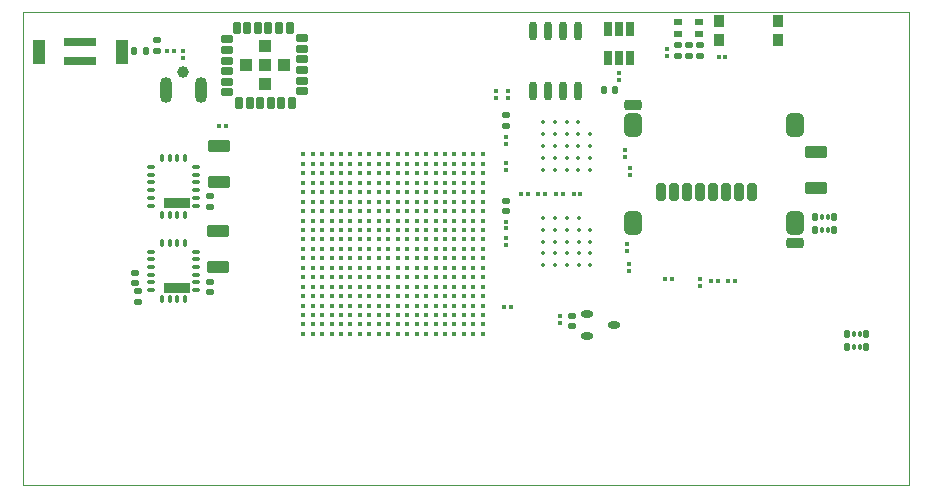
<source format=gtp>
%FSLAX44Y44*%
%MOMM*%
G71*
G01*
G75*
G04 Layer_Color=8421504*
%ADD10C,0.1500*%
%ADD11C,1.0000*%
%ADD12O,1.0500X2.2000*%
G04:AMPARAMS|DCode=13|XSize=0.6mm|YSize=0.5mm|CornerRadius=0.05mm|HoleSize=0mm|Usage=FLASHONLY|Rotation=0.000|XOffset=0mm|YOffset=0mm|HoleType=Round|Shape=RoundedRectangle|*
%AMROUNDEDRECTD13*
21,1,0.6000,0.4000,0,0,0.0*
21,1,0.5000,0.5000,0,0,0.0*
1,1,0.1000,0.2500,-0.2000*
1,1,0.1000,-0.2500,-0.2000*
1,1,0.1000,-0.2500,0.2000*
1,1,0.1000,0.2500,0.2000*
%
%ADD13ROUNDEDRECTD13*%
G04:AMPARAMS|DCode=14|XSize=0.45mm|YSize=0.65mm|CornerRadius=0.1125mm|HoleSize=0mm|Usage=FLASHONLY|Rotation=180.000|XOffset=0mm|YOffset=0mm|HoleType=Round|Shape=RoundedRectangle|*
%AMROUNDEDRECTD14*
21,1,0.4500,0.4250,0,0,180.0*
21,1,0.2250,0.6500,0,0,180.0*
1,1,0.2250,-0.1125,0.2125*
1,1,0.2250,0.1125,0.2125*
1,1,0.2250,0.1125,-0.2125*
1,1,0.2250,-0.1125,-0.2125*
%
%ADD14ROUNDEDRECTD14*%
%ADD15O,0.3000X0.6500*%
G04:AMPARAMS|DCode=16|XSize=0.4mm|YSize=0.37mm|CornerRadius=0.037mm|HoleSize=0mm|Usage=FLASHONLY|Rotation=90.000|XOffset=0mm|YOffset=0mm|HoleType=Round|Shape=RoundedRectangle|*
%AMROUNDEDRECTD16*
21,1,0.4000,0.2960,0,0,90.0*
21,1,0.3260,0.3700,0,0,90.0*
1,1,0.0740,0.1480,0.1630*
1,1,0.0740,0.1480,-0.1630*
1,1,0.0740,-0.1480,-0.1630*
1,1,0.0740,-0.1480,0.1630*
%
%ADD16ROUNDEDRECTD16*%
G04:AMPARAMS|DCode=17|XSize=0.6mm|YSize=0.5mm|CornerRadius=0.05mm|HoleSize=0mm|Usage=FLASHONLY|Rotation=270.000|XOffset=0mm|YOffset=0mm|HoleType=Round|Shape=RoundedRectangle|*
%AMROUNDEDRECTD17*
21,1,0.6000,0.4000,0,0,270.0*
21,1,0.5000,0.5000,0,0,270.0*
1,1,0.1000,-0.2000,-0.2500*
1,1,0.1000,-0.2000,0.2500*
1,1,0.1000,0.2000,0.2500*
1,1,0.1000,0.2000,-0.2500*
%
%ADD17ROUNDEDRECTD17*%
G04:AMPARAMS|DCode=18|XSize=0.4mm|YSize=0.37mm|CornerRadius=0.037mm|HoleSize=0mm|Usage=FLASHONLY|Rotation=180.000|XOffset=0mm|YOffset=0mm|HoleType=Round|Shape=RoundedRectangle|*
%AMROUNDEDRECTD18*
21,1,0.4000,0.2960,0,0,180.0*
21,1,0.3260,0.3700,0,0,180.0*
1,1,0.0740,-0.1630,0.1480*
1,1,0.0740,0.1630,0.1480*
1,1,0.0740,0.1630,-0.1480*
1,1,0.0740,-0.1630,-0.1480*
%
%ADD18ROUNDEDRECTD18*%
G04:AMPARAMS|DCode=19|XSize=0.5mm|YSize=0.62mm|CornerRadius=0.1mm|HoleSize=0mm|Usage=FLASHONLY|Rotation=90.000|XOffset=0mm|YOffset=0mm|HoleType=Round|Shape=RoundedRectangle|*
%AMROUNDEDRECTD19*
21,1,0.5000,0.4200,0,0,90.0*
21,1,0.3000,0.6200,0,0,90.0*
1,1,0.2000,0.2100,0.1500*
1,1,0.2000,0.2100,-0.1500*
1,1,0.2000,-0.2100,-0.1500*
1,1,0.2000,-0.2100,0.1500*
%
%ADD19ROUNDEDRECTD19*%
G04:AMPARAMS|DCode=20|XSize=0.5mm|YSize=0.62mm|CornerRadius=0.1mm|HoleSize=0mm|Usage=FLASHONLY|Rotation=180.000|XOffset=0mm|YOffset=0mm|HoleType=Round|Shape=RoundedRectangle|*
%AMROUNDEDRECTD20*
21,1,0.5000,0.4200,0,0,180.0*
21,1,0.3000,0.6200,0,0,180.0*
1,1,0.2000,-0.1500,0.2100*
1,1,0.2000,0.1500,0.2100*
1,1,0.2000,0.1500,-0.2100*
1,1,0.2000,-0.1500,-0.2100*
%
%ADD20ROUNDEDRECTD20*%
G04:AMPARAMS|DCode=21|XSize=1mm|YSize=0.7mm|CornerRadius=0.1155mm|HoleSize=0mm|Usage=FLASHONLY|Rotation=90.000|XOffset=0mm|YOffset=0mm|HoleType=Round|Shape=RoundedRectangle|*
%AMROUNDEDRECTD21*
21,1,1.0000,0.4690,0,0,90.0*
21,1,0.7690,0.7000,0,0,90.0*
1,1,0.2310,0.2345,0.3845*
1,1,0.2310,0.2345,-0.3845*
1,1,0.2310,-0.2345,-0.3845*
1,1,0.2310,-0.2345,0.3845*
%
%ADD21ROUNDEDRECTD21*%
G04:AMPARAMS|DCode=22|XSize=1mm|YSize=0.7mm|CornerRadius=0.1155mm|HoleSize=0mm|Usage=FLASHONLY|Rotation=0.000|XOffset=0mm|YOffset=0mm|HoleType=Round|Shape=RoundedRectangle|*
%AMROUNDEDRECTD22*
21,1,1.0000,0.4690,0,0,0.0*
21,1,0.7690,0.7000,0,0,0.0*
1,1,0.2310,0.3845,-0.2345*
1,1,0.2310,-0.3845,-0.2345*
1,1,0.2310,-0.3845,0.2345*
1,1,0.2310,0.3845,0.2345*
%
%ADD22ROUNDEDRECTD22*%
G04:AMPARAMS|DCode=23|XSize=1.1mm|YSize=1.1mm|CornerRadius=0.1815mm|HoleSize=0mm|Usage=FLASHONLY|Rotation=90.000|XOffset=0mm|YOffset=0mm|HoleType=Round|Shape=RoundedRectangle|*
%AMROUNDEDRECTD23*
21,1,1.1000,0.7370,0,0,90.0*
21,1,0.7370,1.1000,0,0,90.0*
1,1,0.3630,0.3685,0.3685*
1,1,0.3630,0.3685,-0.3685*
1,1,0.3630,-0.3685,-0.3685*
1,1,0.3630,-0.3685,0.3685*
%
%ADD23ROUNDEDRECTD23*%
%ADD24O,1.0500X0.6000*%
G04:AMPARAMS|DCode=25|XSize=0.8mm|YSize=1.5mm|CornerRadius=0.2mm|HoleSize=0mm|Usage=FLASHONLY|Rotation=0.000|XOffset=0mm|YOffset=0mm|HoleType=Round|Shape=RoundedRectangle|*
%AMROUNDEDRECTD25*
21,1,0.8000,1.1000,0,0,0.0*
21,1,0.4000,1.5000,0,0,0.0*
1,1,0.4000,0.2000,-0.5500*
1,1,0.4000,-0.2000,-0.5500*
1,1,0.4000,-0.2000,0.5500*
1,1,0.4000,0.2000,0.5500*
%
%ADD25ROUNDEDRECTD25*%
G04:AMPARAMS|DCode=26|XSize=1.45mm|YSize=0.9mm|CornerRadius=0.225mm|HoleSize=0mm|Usage=FLASHONLY|Rotation=0.000|XOffset=0mm|YOffset=0mm|HoleType=Round|Shape=RoundedRectangle|*
%AMROUNDEDRECTD26*
21,1,1.4500,0.4500,0,0,0.0*
21,1,1.0000,0.9000,0,0,0.0*
1,1,0.4500,0.5000,-0.2250*
1,1,0.4500,-0.5000,-0.2250*
1,1,0.4500,-0.5000,0.2250*
1,1,0.4500,0.5000,0.2250*
%
%ADD26ROUNDEDRECTD26*%
G04:AMPARAMS|DCode=27|XSize=1.45mm|YSize=2mm|CornerRadius=0.3625mm|HoleSize=0mm|Usage=FLASHONLY|Rotation=0.000|XOffset=0mm|YOffset=0mm|HoleType=Round|Shape=RoundedRectangle|*
%AMROUNDEDRECTD27*
21,1,1.4500,1.2750,0,0,0.0*
21,1,0.7250,2.0000,0,0,0.0*
1,1,0.7250,0.3625,-0.6375*
1,1,0.7250,-0.3625,-0.6375*
1,1,0.7250,-0.3625,0.6375*
1,1,0.7250,0.3625,0.6375*
%
%ADD27ROUNDEDRECTD27*%
%ADD28O,0.7600X1.6000*%
%ADD29C,0.3500*%
%ADD30C,0.4000*%
G04:AMPARAMS|DCode=31|XSize=0.3mm|YSize=0.6mm|CornerRadius=0.0495mm|HoleSize=0mm|Usage=FLASHONLY|Rotation=0.000|XOffset=0mm|YOffset=0mm|HoleType=Round|Shape=RoundedRectangle|*
%AMROUNDEDRECTD31*
21,1,0.3000,0.5010,0,0,0.0*
21,1,0.2010,0.6000,0,0,0.0*
1,1,0.0990,0.1005,-0.2505*
1,1,0.0990,-0.1005,-0.2505*
1,1,0.0990,-0.1005,0.2505*
1,1,0.0990,0.1005,0.2505*
%
%ADD31ROUNDEDRECTD31*%
G04:AMPARAMS|DCode=32|XSize=0.3mm|YSize=0.6mm|CornerRadius=0.0495mm|HoleSize=0mm|Usage=FLASHONLY|Rotation=270.000|XOffset=0mm|YOffset=0mm|HoleType=Round|Shape=RoundedRectangle|*
%AMROUNDEDRECTD32*
21,1,0.3000,0.5010,0,0,270.0*
21,1,0.2010,0.6000,0,0,270.0*
1,1,0.0990,-0.2505,-0.1005*
1,1,0.0990,-0.2505,0.1005*
1,1,0.0990,0.2505,0.1005*
1,1,0.0990,0.2505,-0.1005*
%
%ADD32ROUNDEDRECTD32*%
%ADD33R,2.2500X0.9000*%
%ADD34R,0.7400X0.5400*%
%ADD35R,0.9000X1.0000*%
%ADD36R,0.6500X1.2000*%
G04:AMPARAMS|DCode=37|XSize=1.82mm|YSize=1.07mm|CornerRadius=0.107mm|HoleSize=0mm|Usage=FLASHONLY|Rotation=180.000|XOffset=0mm|YOffset=0mm|HoleType=Round|Shape=RoundedRectangle|*
%AMROUNDEDRECTD37*
21,1,1.8200,0.8560,0,0,180.0*
21,1,1.6060,1.0700,0,0,180.0*
1,1,0.2140,-0.8030,0.4280*
1,1,0.2140,0.8030,0.4280*
1,1,0.2140,0.8030,-0.4280*
1,1,0.2140,-0.8030,-0.4280*
%
%ADD37ROUNDEDRECTD37*%
%ADD38R,1.0000X2.0000*%
%ADD39R,2.8000X0.8000*%
%ADD40C,2.0000*%
%ADD41C,0.2000*%
%ADD42C,0.3000*%
%ADD43C,0.1000*%
%ADD44C,0.3810*%
%ADD45C,0.5000*%
%ADD46C,0.4000*%
%ADD47R,1.5000X1.5000*%
%ADD48C,1.5000*%
%ADD49R,1.5000X1.5000*%
%ADD50C,0.8000*%
%ADD51C,6.0000*%
%ADD52C,0.5000*%
G04:AMPARAMS|DCode=53|XSize=1.82mm|YSize=1.07mm|CornerRadius=0.107mm|HoleSize=0mm|Usage=FLASHONLY|Rotation=270.000|XOffset=0mm|YOffset=0mm|HoleType=Round|Shape=RoundedRectangle|*
%AMROUNDEDRECTD53*
21,1,1.8200,0.8560,0,0,270.0*
21,1,1.6060,1.0700,0,0,270.0*
1,1,0.2140,-0.4280,-0.8030*
1,1,0.2140,-0.4280,0.8030*
1,1,0.2140,0.4280,0.8030*
1,1,0.2140,0.4280,-0.8030*
%
%ADD53ROUNDEDRECTD53*%
G04:AMPARAMS|DCode=54|XSize=1.5mm|YSize=2.8mm|CornerRadius=0.375mm|HoleSize=0mm|Usage=FLASHONLY|Rotation=0.000|XOffset=0mm|YOffset=0mm|HoleType=Round|Shape=RoundedRectangle|*
%AMROUNDEDRECTD54*
21,1,1.5000,2.0500,0,0,0.0*
21,1,0.7500,2.8000,0,0,0.0*
1,1,0.7500,0.3750,-1.0250*
1,1,0.7500,-0.3750,-1.0250*
1,1,0.7500,-0.3750,1.0250*
1,1,0.7500,0.3750,1.0250*
%
%ADD54ROUNDEDRECTD54*%
G04:AMPARAMS|DCode=55|XSize=1mm|YSize=1.5mm|CornerRadius=0.25mm|HoleSize=0mm|Usage=FLASHONLY|Rotation=0.000|XOffset=0mm|YOffset=0mm|HoleType=Round|Shape=RoundedRectangle|*
%AMROUNDEDRECTD55*
21,1,1.0000,1.0000,0,0,0.0*
21,1,0.5000,1.5000,0,0,0.0*
1,1,0.5000,0.2500,-0.5000*
1,1,0.5000,-0.2500,-0.5000*
1,1,0.5000,-0.2500,0.5000*
1,1,0.5000,0.2500,0.5000*
%
%ADD55ROUNDEDRECTD55*%
G04:AMPARAMS|DCode=56|XSize=0.7mm|YSize=1.5mm|CornerRadius=0.175mm|HoleSize=0mm|Usage=FLASHONLY|Rotation=0.000|XOffset=0mm|YOffset=0mm|HoleType=Round|Shape=RoundedRectangle|*
%AMROUNDEDRECTD56*
21,1,0.7000,1.1500,0,0,0.0*
21,1,0.3500,1.5000,0,0,0.0*
1,1,0.3500,0.1750,-0.5750*
1,1,0.3500,-0.1750,-0.5750*
1,1,0.3500,-0.1750,0.5750*
1,1,0.3500,0.1750,0.5750*
%
%ADD56ROUNDEDRECTD56*%
G04:AMPARAMS|DCode=57|XSize=0.9mm|YSize=0.8mm|CornerRadius=0.08mm|HoleSize=0mm|Usage=FLASHONLY|Rotation=0.000|XOffset=0mm|YOffset=0mm|HoleType=Round|Shape=RoundedRectangle|*
%AMROUNDEDRECTD57*
21,1,0.9000,0.6400,0,0,0.0*
21,1,0.7400,0.8000,0,0,0.0*
1,1,0.1600,0.3700,-0.3200*
1,1,0.1600,-0.3700,-0.3200*
1,1,0.1600,-0.3700,0.3200*
1,1,0.1600,0.3700,0.3200*
%
%ADD57ROUNDEDRECTD57*%
G04:AMPARAMS|DCode=58|XSize=0.45mm|YSize=0.65mm|CornerRadius=0.1125mm|HoleSize=0mm|Usage=FLASHONLY|Rotation=270.000|XOffset=0mm|YOffset=0mm|HoleType=Round|Shape=RoundedRectangle|*
%AMROUNDEDRECTD58*
21,1,0.4500,0.4250,0,0,270.0*
21,1,0.2250,0.6500,0,0,270.0*
1,1,0.2250,-0.2125,-0.1125*
1,1,0.2250,-0.2125,0.1125*
1,1,0.2250,0.2125,0.1125*
1,1,0.2250,0.2125,-0.1125*
%
%ADD58ROUNDEDRECTD58*%
%ADD59O,0.6500X0.3000*%
%ADD60C,1.0000*%
%ADD61C,0.7500*%
D11*
X135900Y349252D02*
D03*
D12*
X150650Y334002D02*
D03*
X121150D02*
D03*
D13*
X465000Y142827D02*
D03*
Y133827D02*
D03*
X158676Y162741D02*
D03*
Y171741D02*
D03*
X564053Y362836D02*
D03*
Y371836D02*
D03*
X573584Y362836D02*
D03*
Y371836D02*
D03*
X554567Y362758D02*
D03*
Y371758D02*
D03*
X409384Y231349D02*
D03*
Y240349D02*
D03*
X158846Y235144D02*
D03*
Y244144D02*
D03*
X95000Y170500D02*
D03*
Y179500D02*
D03*
X97658Y154931D02*
D03*
Y163931D02*
D03*
X409135Y312811D02*
D03*
Y303811D02*
D03*
D14*
X714250Y127500D02*
D03*
X697750D02*
D03*
X714250Y116500D02*
D03*
X697750D02*
D03*
X687250Y226500D02*
D03*
X670750D02*
D03*
X687250Y215500D02*
D03*
X670750D02*
D03*
D15*
X708500Y127500D02*
D03*
X703500D02*
D03*
X708500Y116500D02*
D03*
X703500D02*
D03*
X681500Y226500D02*
D03*
X676500D02*
D03*
X681500Y215500D02*
D03*
X676500D02*
D03*
D16*
X594850Y362000D02*
D03*
X589150D02*
D03*
X171850Y304000D02*
D03*
X166150D02*
D03*
X121997Y366698D02*
D03*
X127697D02*
D03*
X451456Y246171D02*
D03*
X457156D02*
D03*
X441783Y245919D02*
D03*
X436083D02*
D03*
X588663Y172478D02*
D03*
X582963D02*
D03*
X597262Y172542D02*
D03*
X602962D02*
D03*
X549673Y173901D02*
D03*
X543973D02*
D03*
X413324Y150493D02*
D03*
X407624D02*
D03*
X472133Y246233D02*
D03*
X466433D02*
D03*
X427394Y245919D02*
D03*
X421694D02*
D03*
D17*
X501500Y334000D02*
D03*
X492500D02*
D03*
D18*
X135900Y366700D02*
D03*
Y361000D02*
D03*
X510193Y283253D02*
D03*
Y277553D02*
D03*
X410418Y333050D02*
D03*
Y327350D02*
D03*
X545608Y368447D02*
D03*
Y362747D02*
D03*
X504897Y342579D02*
D03*
Y348279D02*
D03*
X409539Y202796D02*
D03*
Y208496D02*
D03*
X409421Y294404D02*
D03*
Y288704D02*
D03*
X409418Y266648D02*
D03*
Y272348D02*
D03*
X409554Y222644D02*
D03*
Y216944D02*
D03*
X511474Y198097D02*
D03*
Y203798D02*
D03*
X455000Y142850D02*
D03*
Y137150D02*
D03*
X513318Y186478D02*
D03*
Y180778D02*
D03*
X514131Y267688D02*
D03*
Y261988D02*
D03*
X573525Y167979D02*
D03*
Y173680D02*
D03*
X401000Y332850D02*
D03*
Y327150D02*
D03*
D19*
X113598Y376702D02*
D03*
Y366702D02*
D03*
D20*
X94398Y366698D02*
D03*
X104398D02*
D03*
D21*
X183000Y323000D02*
D03*
X192000D02*
D03*
X201000D02*
D03*
X210000D02*
D03*
X219000D02*
D03*
X228000D02*
D03*
X226000Y386500D02*
D03*
X217000D02*
D03*
X208000D02*
D03*
X199000D02*
D03*
X190000D02*
D03*
X181000D02*
D03*
D22*
X173250Y377000D02*
D03*
Y368000D02*
D03*
Y359000D02*
D03*
Y350000D02*
D03*
Y341000D02*
D03*
Y332000D02*
D03*
X236500Y378000D02*
D03*
Y369000D02*
D03*
Y360000D02*
D03*
Y351000D02*
D03*
Y342000D02*
D03*
Y333000D02*
D03*
D23*
X205000Y339000D02*
D03*
X189000Y355000D02*
D03*
X221000D02*
D03*
X205000Y371000D02*
D03*
Y355000D02*
D03*
D24*
X477660Y144626D02*
D03*
Y125626D02*
D03*
X500660Y135126D02*
D03*
D25*
X540030Y247312D02*
D03*
X551030D02*
D03*
X562030D02*
D03*
X573031D02*
D03*
X584030D02*
D03*
X595030D02*
D03*
X606030D02*
D03*
X617030D02*
D03*
D26*
X653780Y204312D02*
D03*
X516280Y321312D02*
D03*
D27*
Y304312D02*
D03*
X653780D02*
D03*
Y221312D02*
D03*
X516280D02*
D03*
D28*
X431660Y332844D02*
D03*
X444360D02*
D03*
X457060D02*
D03*
X469760D02*
D03*
X431660Y383644D02*
D03*
X444360D02*
D03*
X457060D02*
D03*
X469760D02*
D03*
D29*
X440523Y185774D02*
D03*
Y195774D02*
D03*
Y205774D02*
D03*
Y215774D02*
D03*
Y225774D02*
D03*
X450523Y185774D02*
D03*
Y195774D02*
D03*
Y205774D02*
D03*
Y215774D02*
D03*
Y225774D02*
D03*
X460523Y185774D02*
D03*
Y195774D02*
D03*
Y205774D02*
D03*
Y215774D02*
D03*
Y225774D02*
D03*
X470523Y185774D02*
D03*
Y195774D02*
D03*
Y205774D02*
D03*
Y215774D02*
D03*
Y225774D02*
D03*
X480523Y185774D02*
D03*
Y195774D02*
D03*
Y205774D02*
D03*
Y215774D02*
D03*
X440423Y266688D02*
D03*
Y276688D02*
D03*
Y286688D02*
D03*
Y296688D02*
D03*
Y306688D02*
D03*
X450423Y266688D02*
D03*
Y276688D02*
D03*
Y286688D02*
D03*
Y296688D02*
D03*
Y306688D02*
D03*
X460423Y266688D02*
D03*
Y276688D02*
D03*
Y286688D02*
D03*
Y296688D02*
D03*
Y306688D02*
D03*
X470423Y266688D02*
D03*
Y276688D02*
D03*
Y286688D02*
D03*
Y296688D02*
D03*
Y306688D02*
D03*
X480423Y266688D02*
D03*
Y276688D02*
D03*
Y286688D02*
D03*
Y296688D02*
D03*
D30*
X237472Y127552D02*
D03*
Y135552D02*
D03*
Y143552D02*
D03*
Y151552D02*
D03*
Y159552D02*
D03*
Y167552D02*
D03*
Y175552D02*
D03*
Y183552D02*
D03*
Y191552D02*
D03*
Y199552D02*
D03*
Y207552D02*
D03*
Y215552D02*
D03*
Y223552D02*
D03*
Y231552D02*
D03*
Y239552D02*
D03*
Y247552D02*
D03*
Y255552D02*
D03*
Y263552D02*
D03*
Y271552D02*
D03*
Y279552D02*
D03*
X245473Y127552D02*
D03*
Y135552D02*
D03*
Y143552D02*
D03*
Y151552D02*
D03*
Y159552D02*
D03*
Y167552D02*
D03*
Y175552D02*
D03*
Y183552D02*
D03*
Y191552D02*
D03*
Y199552D02*
D03*
Y207552D02*
D03*
Y215552D02*
D03*
Y223552D02*
D03*
Y231552D02*
D03*
Y239552D02*
D03*
Y247552D02*
D03*
Y255552D02*
D03*
Y263552D02*
D03*
Y271552D02*
D03*
Y279552D02*
D03*
X253472Y127552D02*
D03*
Y135552D02*
D03*
Y143552D02*
D03*
Y151552D02*
D03*
Y159552D02*
D03*
Y167552D02*
D03*
Y175552D02*
D03*
Y183552D02*
D03*
Y191552D02*
D03*
Y199552D02*
D03*
Y207552D02*
D03*
Y215552D02*
D03*
Y223552D02*
D03*
Y231552D02*
D03*
Y239552D02*
D03*
Y247552D02*
D03*
Y255552D02*
D03*
Y263552D02*
D03*
Y271552D02*
D03*
Y279552D02*
D03*
X261472Y127552D02*
D03*
Y135552D02*
D03*
Y143552D02*
D03*
Y151552D02*
D03*
Y159552D02*
D03*
Y167552D02*
D03*
Y175552D02*
D03*
Y183552D02*
D03*
Y191552D02*
D03*
Y199552D02*
D03*
Y207552D02*
D03*
Y215552D02*
D03*
Y223552D02*
D03*
Y231552D02*
D03*
Y239552D02*
D03*
Y247552D02*
D03*
Y255552D02*
D03*
Y263552D02*
D03*
Y271552D02*
D03*
Y279552D02*
D03*
X269473Y127552D02*
D03*
Y135552D02*
D03*
Y143552D02*
D03*
Y151552D02*
D03*
Y159552D02*
D03*
Y167552D02*
D03*
Y175552D02*
D03*
Y183552D02*
D03*
Y191552D02*
D03*
Y199552D02*
D03*
Y207552D02*
D03*
Y215552D02*
D03*
Y223552D02*
D03*
Y231552D02*
D03*
Y239552D02*
D03*
Y247552D02*
D03*
Y255552D02*
D03*
Y263552D02*
D03*
Y271552D02*
D03*
Y279552D02*
D03*
X277472Y127552D02*
D03*
Y135552D02*
D03*
Y143552D02*
D03*
Y151552D02*
D03*
Y159552D02*
D03*
Y167552D02*
D03*
Y175552D02*
D03*
Y183552D02*
D03*
Y191552D02*
D03*
Y199552D02*
D03*
Y207552D02*
D03*
Y215552D02*
D03*
Y223552D02*
D03*
Y231552D02*
D03*
Y239552D02*
D03*
Y247552D02*
D03*
Y255552D02*
D03*
Y263552D02*
D03*
Y271552D02*
D03*
Y279552D02*
D03*
X285473Y127552D02*
D03*
Y135552D02*
D03*
Y143552D02*
D03*
Y151552D02*
D03*
Y159552D02*
D03*
Y167552D02*
D03*
Y175552D02*
D03*
Y183552D02*
D03*
Y191552D02*
D03*
Y199552D02*
D03*
Y207552D02*
D03*
Y215552D02*
D03*
Y223552D02*
D03*
Y231552D02*
D03*
Y239552D02*
D03*
Y247552D02*
D03*
Y255552D02*
D03*
Y263552D02*
D03*
Y271552D02*
D03*
Y279552D02*
D03*
X293472Y127552D02*
D03*
Y135552D02*
D03*
Y143552D02*
D03*
Y151552D02*
D03*
Y159552D02*
D03*
Y167552D02*
D03*
Y175552D02*
D03*
Y183552D02*
D03*
Y191552D02*
D03*
Y199552D02*
D03*
Y207552D02*
D03*
Y215552D02*
D03*
Y223552D02*
D03*
Y231552D02*
D03*
Y239552D02*
D03*
Y247552D02*
D03*
Y255552D02*
D03*
Y263552D02*
D03*
Y271552D02*
D03*
Y279552D02*
D03*
X301472Y127552D02*
D03*
Y135552D02*
D03*
Y143552D02*
D03*
Y151552D02*
D03*
Y159552D02*
D03*
Y167552D02*
D03*
Y175552D02*
D03*
Y183552D02*
D03*
Y191552D02*
D03*
Y199552D02*
D03*
Y207552D02*
D03*
Y215552D02*
D03*
Y223552D02*
D03*
Y231552D02*
D03*
Y239552D02*
D03*
Y247552D02*
D03*
Y255552D02*
D03*
Y263552D02*
D03*
Y271552D02*
D03*
Y279552D02*
D03*
X309473Y127552D02*
D03*
Y135552D02*
D03*
Y143552D02*
D03*
Y151552D02*
D03*
Y159552D02*
D03*
Y167552D02*
D03*
Y175552D02*
D03*
Y183552D02*
D03*
Y191552D02*
D03*
Y199552D02*
D03*
Y207552D02*
D03*
Y215552D02*
D03*
Y223552D02*
D03*
Y231552D02*
D03*
Y239552D02*
D03*
Y247552D02*
D03*
Y255552D02*
D03*
Y263552D02*
D03*
Y271552D02*
D03*
Y279552D02*
D03*
X317472Y127552D02*
D03*
Y135552D02*
D03*
Y143552D02*
D03*
Y151552D02*
D03*
Y159552D02*
D03*
Y167552D02*
D03*
Y175552D02*
D03*
Y183552D02*
D03*
Y191552D02*
D03*
Y199552D02*
D03*
Y207552D02*
D03*
Y215552D02*
D03*
Y223552D02*
D03*
Y231552D02*
D03*
Y239552D02*
D03*
Y247552D02*
D03*
Y255552D02*
D03*
Y263552D02*
D03*
Y271552D02*
D03*
Y279552D02*
D03*
X325472Y127552D02*
D03*
Y135552D02*
D03*
Y143552D02*
D03*
Y151552D02*
D03*
Y159552D02*
D03*
Y167552D02*
D03*
Y175552D02*
D03*
Y183552D02*
D03*
Y191552D02*
D03*
Y199552D02*
D03*
Y207552D02*
D03*
Y215552D02*
D03*
Y223552D02*
D03*
Y231552D02*
D03*
Y239552D02*
D03*
Y247552D02*
D03*
Y255552D02*
D03*
Y263552D02*
D03*
Y271552D02*
D03*
Y279552D02*
D03*
X333473Y127552D02*
D03*
Y135552D02*
D03*
Y143552D02*
D03*
Y151552D02*
D03*
Y159552D02*
D03*
Y167552D02*
D03*
Y175552D02*
D03*
Y183552D02*
D03*
Y191552D02*
D03*
Y199552D02*
D03*
Y207552D02*
D03*
Y215552D02*
D03*
Y223552D02*
D03*
Y231552D02*
D03*
Y239552D02*
D03*
Y247552D02*
D03*
Y255552D02*
D03*
Y263552D02*
D03*
Y271552D02*
D03*
Y279552D02*
D03*
X341473Y127552D02*
D03*
Y135552D02*
D03*
Y143552D02*
D03*
Y151552D02*
D03*
Y159552D02*
D03*
Y167552D02*
D03*
Y175552D02*
D03*
Y183552D02*
D03*
Y191552D02*
D03*
Y199552D02*
D03*
Y207552D02*
D03*
Y215552D02*
D03*
Y223552D02*
D03*
Y231552D02*
D03*
Y239552D02*
D03*
Y247552D02*
D03*
Y255552D02*
D03*
Y263552D02*
D03*
Y271552D02*
D03*
Y279552D02*
D03*
X349473Y127552D02*
D03*
Y135552D02*
D03*
Y143552D02*
D03*
Y151552D02*
D03*
Y159552D02*
D03*
Y167552D02*
D03*
Y175552D02*
D03*
Y183552D02*
D03*
Y191552D02*
D03*
Y199552D02*
D03*
Y207552D02*
D03*
Y215552D02*
D03*
Y223552D02*
D03*
Y231552D02*
D03*
Y239552D02*
D03*
Y247552D02*
D03*
Y255552D02*
D03*
Y263552D02*
D03*
Y271552D02*
D03*
Y279552D02*
D03*
X357472Y127552D02*
D03*
Y135552D02*
D03*
Y143552D02*
D03*
Y151552D02*
D03*
Y159552D02*
D03*
Y167552D02*
D03*
Y175552D02*
D03*
Y183552D02*
D03*
Y191552D02*
D03*
Y199552D02*
D03*
Y207552D02*
D03*
Y215552D02*
D03*
Y223552D02*
D03*
Y231552D02*
D03*
Y239552D02*
D03*
Y247552D02*
D03*
Y255552D02*
D03*
Y263552D02*
D03*
Y271552D02*
D03*
Y279552D02*
D03*
X365472Y127552D02*
D03*
Y135552D02*
D03*
Y143552D02*
D03*
Y151552D02*
D03*
Y159552D02*
D03*
Y167552D02*
D03*
Y175552D02*
D03*
Y183552D02*
D03*
Y191552D02*
D03*
Y199552D02*
D03*
Y207552D02*
D03*
Y215552D02*
D03*
Y223552D02*
D03*
Y231552D02*
D03*
Y239552D02*
D03*
Y247552D02*
D03*
Y255552D02*
D03*
Y263552D02*
D03*
Y271552D02*
D03*
Y279552D02*
D03*
X373473Y127552D02*
D03*
Y135552D02*
D03*
Y143552D02*
D03*
Y151552D02*
D03*
Y159552D02*
D03*
Y167552D02*
D03*
Y175552D02*
D03*
Y183552D02*
D03*
Y191552D02*
D03*
Y199552D02*
D03*
Y207552D02*
D03*
Y215552D02*
D03*
Y223552D02*
D03*
Y231552D02*
D03*
Y239552D02*
D03*
Y247552D02*
D03*
Y255552D02*
D03*
Y263552D02*
D03*
Y271552D02*
D03*
Y279552D02*
D03*
X381473Y127552D02*
D03*
Y135552D02*
D03*
Y143552D02*
D03*
Y151552D02*
D03*
Y159552D02*
D03*
Y167552D02*
D03*
Y175552D02*
D03*
Y183552D02*
D03*
Y191552D02*
D03*
Y199552D02*
D03*
Y207552D02*
D03*
Y215552D02*
D03*
Y223552D02*
D03*
Y231552D02*
D03*
Y239552D02*
D03*
Y247552D02*
D03*
Y255552D02*
D03*
Y263552D02*
D03*
Y271552D02*
D03*
Y279552D02*
D03*
X389473Y127552D02*
D03*
Y135552D02*
D03*
Y143552D02*
D03*
Y151552D02*
D03*
Y159552D02*
D03*
Y167552D02*
D03*
Y175552D02*
D03*
Y183552D02*
D03*
Y191552D02*
D03*
Y199552D02*
D03*
Y207552D02*
D03*
Y215552D02*
D03*
Y223552D02*
D03*
Y231552D02*
D03*
Y239552D02*
D03*
Y247552D02*
D03*
Y255552D02*
D03*
Y263552D02*
D03*
Y271552D02*
D03*
Y279552D02*
D03*
D31*
X137452Y156937D02*
D03*
X117952D02*
D03*
X124452D02*
D03*
X130952D02*
D03*
Y204937D02*
D03*
X124452D02*
D03*
X117952D02*
D03*
X137452D02*
D03*
X137250Y228500D02*
D03*
X117750D02*
D03*
X124250D02*
D03*
X130750D02*
D03*
Y276500D02*
D03*
X124250D02*
D03*
X117750D02*
D03*
X137250D02*
D03*
D32*
X108702Y164687D02*
D03*
Y171187D02*
D03*
Y177687D02*
D03*
Y184187D02*
D03*
Y190687D02*
D03*
Y197187D02*
D03*
X146702Y197187D02*
D03*
Y190687D02*
D03*
Y184187D02*
D03*
Y177687D02*
D03*
Y171187D02*
D03*
Y164687D02*
D03*
X108500Y236250D02*
D03*
Y242750D02*
D03*
Y249250D02*
D03*
Y255750D02*
D03*
Y262250D02*
D03*
Y268750D02*
D03*
X146500Y268750D02*
D03*
Y262250D02*
D03*
Y255750D02*
D03*
Y249250D02*
D03*
Y242750D02*
D03*
Y236250D02*
D03*
D33*
X130452Y166437D02*
D03*
X130250Y238000D02*
D03*
D34*
X554442Y381513D02*
D03*
Y391513D02*
D03*
X572263Y391589D02*
D03*
Y381589D02*
D03*
D35*
X639316Y376571D02*
D03*
Y392571D02*
D03*
X589316Y376571D02*
D03*
Y392571D02*
D03*
D36*
X514525Y385541D02*
D03*
X505025D02*
D03*
X495525D02*
D03*
Y361541D02*
D03*
X514525D02*
D03*
X505025D02*
D03*
D37*
X672000Y281250D02*
D03*
Y250750D02*
D03*
X165131Y183852D02*
D03*
Y214352D02*
D03*
X165782Y255893D02*
D03*
Y286393D02*
D03*
D38*
X83816Y366639D02*
D03*
X13816D02*
D03*
D39*
X48816Y374789D02*
D03*
Y358489D02*
D03*
D43*
X0Y0D02*
Y399996D01*
Y0D02*
X750004D01*
Y399996D01*
X0D02*
X750004D01*
M02*

</source>
